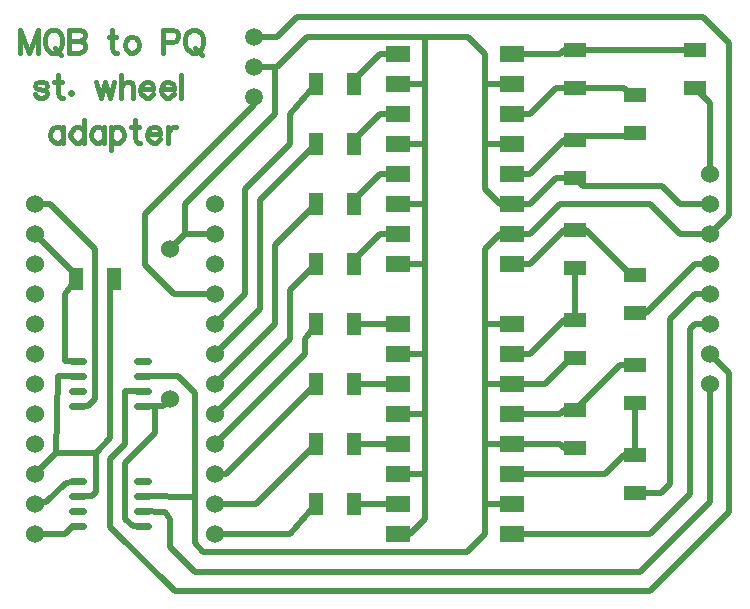
<source format=gtl>
G04 Layer: TopLayer*
G04 EasyEDA v6.3.41, 2020-05-05T16:43:25+03:00*
G04 77c085e715fd4d51943bb8e8cf624b98,92992e1295734089b6e5f9c93eeafd8a,10*
G04 Gerber Generator version 0.2*
G04 Scale: 100 percent, Rotated: No, Reflected: No *
G04 Dimensions in inches *
G04 leading zeros omitted , absolute positions ,2 integer and 4 decimal *
%FSLAX24Y24*%
%MOIN*%
G90*
G70D02*

%ADD11C,0.020000*%
%ADD12C,0.023622*%
%ADD13C,0.015000*%
%ADD14R,0.074803X0.047244*%
%ADD15R,0.047244X0.074803*%
%ADD16R,0.078740X0.055100*%
%ADD17C,0.060000*%
%ADD18C,0.059700*%

%LPD*%
G54D11*
G01X7500Y10500D02*
G01X6139Y10500D01*
G01X5169Y11469D01*
G01X5169Y13169D01*
G01X8800Y16800D01*
G01X8800Y17069D01*
G01X7500Y12500D02*
G01X6500Y12500D01*
G01X6500Y13500D01*
G01X9500Y16500D01*
G01X9500Y18000D01*
G01X17389Y18500D02*
G01X19000Y18500D01*
G01X19129Y18629D01*
G01X19500Y18629D01*
G01X19500Y18629D02*
G01X23500Y18629D01*
G01X17389Y13500D02*
G01X18000Y13500D01*
G01X18869Y14369D01*
G01X19500Y14369D01*
G01X19500Y14369D02*
G01X19760Y14109D01*
G01X22389Y14109D01*
G01X23000Y13500D01*
G01X24000Y13500D01*
G01X10869Y17500D02*
G01X10000Y16500D01*
G01X10000Y15500D01*
G01X8500Y14000D01*
G01X8500Y10500D01*
G01X7500Y9500D01*
G01X24000Y12500D02*
G01X24639Y13139D01*
G01X24639Y18860D01*
G01X23779Y19719D01*
G01X10220Y19719D01*
G01X9570Y19069D01*
G01X8800Y19069D01*
G01X8800Y18069D02*
G01X9569Y18069D01*
G01X10560Y19060D01*
G01X14500Y19060D01*
G01X14500Y17500D01*
G01X21500Y9870D02*
G01X21870Y9870D01*
G01X23500Y11500D01*
G01X24000Y11500D01*
G01X19500Y12629D02*
G01X19870Y12629D01*
G01X21369Y11130D01*
G01X21500Y11130D01*
G01X17389Y4500D02*
G01X20500Y4500D01*
G01X21130Y5130D01*
G01X21500Y5130D01*
G01X2869Y11000D02*
G01X2500Y10500D01*
G01X2500Y8250D01*
G01X2921Y8250D01*
G01X2200Y5200D02*
G01X3519Y5200D01*
G01X2921Y7750D02*
G01X2250Y7750D01*
G01X2200Y5200D01*
G01X1500Y4500D01*
G01X5078Y3750D02*
G01X6819Y3746D01*
G01X5078Y7750D02*
G01X6250Y7750D01*
G01X6819Y7180D01*
G01X6819Y2180D01*
G01X7100Y1900D01*
G01X15900Y1900D01*
G01X16500Y2500D01*
G01X16500Y3500D01*
G01X5078Y3250D02*
G01X5830Y3219D01*
G01X6000Y3000D01*
G01X6000Y2059D01*
G01X6819Y1240D01*
G01X21669Y1240D01*
G01X24000Y3569D01*
G01X24000Y7500D01*
G01X5078Y7250D02*
G01X4500Y7250D01*
G01X4500Y5500D01*
G01X4000Y5000D01*
G01X4000Y2740D01*
G01X6160Y580D01*
G01X22000Y580D01*
G01X24639Y3219D01*
G01X24639Y7859D01*
G01X24000Y8500D01*
G01X6000Y7000D02*
G01X5750Y6750D01*
G01X5500Y6750D01*
G01X6000Y12000D02*
G01X6500Y12500D01*
G01X24000Y10500D02*
G01X23500Y10500D01*
G01X22660Y9660D01*
G01X22660Y4160D01*
G01X22370Y3870D01*
G01X21500Y3870D01*
G01X17389Y2500D02*
G01X22000Y2500D01*
G01X23319Y3819D01*
G01X23319Y9319D01*
G01X23500Y9500D01*
G01X24000Y9500D01*
G01X17389Y12500D02*
G01X18000Y12500D01*
G01X19000Y13500D01*
G01X22000Y13500D01*
G01X23000Y12500D01*
G01X24000Y12500D01*
G01X12130Y17500D02*
G01X12130Y17630D01*
G01X13000Y18500D01*
G01X13610Y18500D01*
G01X12130Y15500D02*
G01X12130Y15630D01*
G01X13000Y16500D01*
G01X13610Y16500D01*
G01X12130Y13500D02*
G01X12130Y13630D01*
G01X13000Y14500D01*
G01X13610Y14500D01*
G01X12130Y11500D02*
G01X12130Y11630D01*
G01X13000Y12500D01*
G01X13610Y12500D01*
G01X10869Y9500D02*
G01X10500Y9000D01*
G01X10500Y8500D01*
G01X7500Y5500D01*
G01X10869Y3500D02*
G01X10000Y2500D01*
G01X7500Y2500D01*
G01X16500Y17500D02*
G01X16500Y18500D01*
G01X15939Y19059D01*
G01X14500Y19059D01*
G01X19500Y6629D02*
G01X21000Y8130D01*
G01X21500Y8130D01*
G01X5078Y2750D02*
G01X4750Y2750D01*
G01X4500Y3000D01*
G01X4500Y4859D01*
G01X5500Y5859D01*
G01X5500Y6750D01*
G01X5078Y6750D01*
G01X4130Y11000D02*
G01X4000Y11000D01*
G01X4000Y5680D01*
G01X3519Y5200D01*
G01X3519Y3880D01*
G01X3389Y3750D01*
G01X2921Y3750D01*
G01X2921Y6750D02*
G01X3250Y6750D01*
G01X3500Y7000D01*
G01X3500Y12000D01*
G01X2000Y13500D01*
G01X1500Y13500D01*
G01X1500Y3500D02*
G01X1869Y3550D01*
G01X2530Y4209D01*
G01X2921Y4250D01*
G01X19500Y15630D02*
G01X19630Y15759D01*
G01X21500Y15759D01*
G01X21500Y15869D01*
G01X19500Y17369D02*
G01X21130Y17369D01*
G01X21369Y17130D01*
G01X21500Y17130D01*
G01X13610Y17500D02*
G01X14500Y17500D01*
G01X14500Y3005D01*
G01X14002Y2501D01*
G01X13610Y2500D01*
G01X17389Y12500D02*
G01X16997Y12498D01*
G01X16500Y11994D01*
G01X16500Y3500D01*
G01X17389Y3500D01*
G01X17389Y17500D02*
G01X16500Y17500D01*
G01X16500Y14000D01*
G01X17000Y13500D01*
G01X17389Y13500D01*
G01X1500Y12500D02*
G01X2870Y11129D01*
G01X2870Y11000D01*
G01X1500Y2500D02*
G01X2500Y2500D01*
G01X2750Y2750D01*
G01X2921Y2750D01*
G01X21500Y6870D02*
G01X21500Y5130D01*
G01X17389Y5500D02*
G01X19000Y5500D01*
G01X19129Y5370D01*
G01X19500Y5370D01*
G01X17389Y6500D02*
G01X19000Y6500D01*
G01X19129Y6629D01*
G01X19500Y6629D01*
G01X17389Y7500D02*
G01X18500Y7500D01*
G01X19370Y8370D01*
G01X19500Y8370D01*
G01X17389Y8500D02*
G01X18000Y8500D01*
G01X19129Y9629D01*
G01X19500Y9629D01*
G01X24000Y14500D02*
G01X24000Y16870D01*
G01X23500Y17370D01*
G01X19500Y9629D02*
G01X19500Y11370D01*
G01X17389Y16500D02*
G01X18000Y16500D01*
G01X18869Y17369D01*
G01X19500Y17369D01*
G01X17389Y11500D02*
G01X18000Y11500D01*
G01X19129Y12629D01*
G01X19500Y12629D01*
G01X17389Y14500D02*
G01X18000Y14500D01*
G01X19129Y15629D01*
G01X19500Y15629D01*
G01X10869Y7500D02*
G01X7869Y4500D01*
G01X7500Y4500D01*
G01X10869Y5500D02*
G01X8869Y3500D01*
G01X7500Y3500D01*
G01X10869Y11500D02*
G01X10000Y10630D01*
G01X10000Y9000D01*
G01X7500Y6500D01*
G01X10869Y13500D02*
G01X9500Y12130D01*
G01X9500Y9500D01*
G01X7500Y7500D01*
G01X10869Y15500D02*
G01X9000Y13630D01*
G01X9000Y10000D01*
G01X7500Y8500D01*
G01X12129Y9500D02*
G01X13610Y9500D01*
G01X12129Y7500D02*
G01X13610Y7500D01*
G01X12129Y5500D02*
G01X13610Y5500D01*
G01X12129Y3500D02*
G01X13610Y3500D01*
G01X17389Y9500D02*
G01X16500Y9500D01*
G01X17389Y7500D02*
G01X16500Y7500D01*
G01X17389Y5500D02*
G01X16500Y5500D01*
G01X17389Y15500D02*
G01X16500Y15500D01*
G01X13610Y4500D02*
G01X14500Y4500D01*
G01X13610Y6500D02*
G01X14500Y6500D01*
G01X13610Y8500D02*
G01X14500Y8500D01*
G01X13610Y11500D02*
G01X14500Y11500D01*
G01X13610Y13500D02*
G01X14500Y13500D01*
G01X13610Y15500D02*
G01X14500Y15500D01*
G54D12*
G01X4897Y2750D02*
G01X5259Y2750D01*
G01X4897Y3250D02*
G01X5259Y3250D01*
G01X4897Y3750D02*
G01X5259Y3750D01*
G01X4897Y4250D02*
G01X5259Y4250D01*
G01X2740Y2750D02*
G01X3102Y2750D01*
G01X2740Y3250D02*
G01X3102Y3250D01*
G01X2740Y3750D02*
G01X3102Y3750D01*
G01X2740Y4250D02*
G01X3102Y4250D01*
G01X4897Y6750D02*
G01X5259Y6750D01*
G01X4897Y7250D02*
G01X5259Y7250D01*
G01X4897Y7750D02*
G01X5259Y7750D01*
G01X4897Y8250D02*
G01X5259Y8250D01*
G01X2740Y6750D02*
G01X3102Y6750D01*
G01X2740Y7250D02*
G01X3102Y7250D01*
G01X2740Y7750D02*
G01X3102Y7750D01*
G01X2740Y8250D02*
G01X3102Y8250D01*
G54D13*
G01X1000Y19307D02*
G01X1000Y18544D01*
G01X1000Y19307D02*
G01X1290Y18544D01*
G01X1581Y19307D02*
G01X1290Y18544D01*
G01X1581Y19307D02*
G01X1581Y18544D01*
G01X2039Y19307D02*
G01X1967Y19271D01*
G01X1894Y19198D01*
G01X1857Y19125D01*
G01X1822Y19015D01*
G01X1822Y18834D01*
G01X1857Y18725D01*
G01X1894Y18653D01*
G01X1967Y18580D01*
G01X2039Y18544D01*
G01X2185Y18544D01*
G01X2257Y18580D01*
G01X2331Y18653D01*
G01X2367Y18725D01*
G01X2403Y18834D01*
G01X2403Y19015D01*
G01X2367Y19125D01*
G01X2331Y19198D01*
G01X2257Y19271D01*
G01X2185Y19307D01*
G01X2039Y19307D01*
G01X2148Y18688D02*
G01X2367Y18471D01*
G01X2643Y19307D02*
G01X2643Y18544D01*
G01X2643Y19307D02*
G01X2971Y19307D01*
G01X3080Y19271D01*
G01X3115Y19234D01*
G01X3152Y19161D01*
G01X3152Y19088D01*
G01X3115Y19015D01*
G01X3080Y18980D01*
G01X2971Y18944D01*
G01X2643Y18944D02*
G01X2971Y18944D01*
G01X3080Y18907D01*
G01X3115Y18871D01*
G01X3152Y18798D01*
G01X3152Y18688D01*
G01X3115Y18615D01*
G01X3080Y18580D01*
G01X2971Y18544D01*
G01X2643Y18544D01*
G01X4061Y19307D02*
G01X4061Y18688D01*
G01X4097Y18580D01*
G01X4171Y18544D01*
G01X4243Y18544D01*
G01X3952Y19053D02*
G01X4206Y19053D01*
G01X4664Y19053D02*
G01X4593Y19015D01*
G01X4519Y18944D01*
G01X4484Y18834D01*
G01X4484Y18761D01*
G01X4519Y18653D01*
G01X4593Y18580D01*
G01X4664Y18544D01*
G01X4775Y18544D01*
G01X4847Y18580D01*
G01X4919Y18653D01*
G01X4956Y18761D01*
G01X4956Y18834D01*
G01X4919Y18944D01*
G01X4847Y19015D01*
G01X4775Y19053D01*
G01X4664Y19053D01*
G01X5756Y19307D02*
G01X5756Y18544D01*
G01X5756Y19307D02*
G01X6084Y19307D01*
G01X6193Y19271D01*
G01X6228Y19234D01*
G01X6264Y19161D01*
G01X6264Y19053D01*
G01X6228Y18980D01*
G01X6193Y18944D01*
G01X6084Y18907D01*
G01X5756Y18907D01*
G01X6723Y19307D02*
G01X6651Y19271D01*
G01X6577Y19198D01*
G01X6542Y19125D01*
G01X6505Y19015D01*
G01X6505Y18834D01*
G01X6542Y18725D01*
G01X6577Y18653D01*
G01X6651Y18580D01*
G01X6723Y18544D01*
G01X6868Y18544D01*
G01X6942Y18580D01*
G01X7014Y18653D01*
G01X7051Y18725D01*
G01X7086Y18834D01*
G01X7086Y19015D01*
G01X7051Y19125D01*
G01X7014Y19198D01*
G01X6942Y19271D01*
G01X6868Y19307D01*
G01X6723Y19307D01*
G01X6832Y18688D02*
G01X7051Y18471D01*
G01X1900Y17444D02*
G01X1864Y17515D01*
G01X1755Y17553D01*
G01X1644Y17553D01*
G01X1535Y17515D01*
G01X1500Y17444D01*
G01X1535Y17371D01*
G01X1609Y17334D01*
G01X1790Y17298D01*
G01X1864Y17261D01*
G01X1900Y17188D01*
G01X1900Y17153D01*
G01X1864Y17080D01*
G01X1755Y17044D01*
G01X1644Y17044D01*
G01X1535Y17080D01*
G01X1500Y17153D01*
G01X2248Y17807D02*
G01X2248Y17188D01*
G01X2285Y17080D01*
G01X2357Y17044D01*
G01X2431Y17044D01*
G01X2139Y17553D02*
G01X2394Y17553D01*
G01X2706Y17225D02*
G01X2671Y17188D01*
G01X2706Y17153D01*
G01X2743Y17188D01*
G01X2706Y17225D01*
G01X3543Y17553D02*
G01X3689Y17044D01*
G01X3835Y17553D02*
G01X3689Y17044D01*
G01X3835Y17553D02*
G01X3980Y17044D01*
G01X4125Y17553D02*
G01X3980Y17044D01*
G01X4364Y17807D02*
G01X4364Y17044D01*
G01X4364Y17407D02*
G01X4475Y17515D01*
G01X4547Y17553D01*
G01X4656Y17553D01*
G01X4728Y17515D01*
G01X4764Y17407D01*
G01X4764Y17044D01*
G01X5005Y17334D02*
G01X5442Y17334D01*
G01X5442Y17407D01*
G01X5405Y17480D01*
G01X5368Y17515D01*
G01X5296Y17553D01*
G01X5186Y17553D01*
G01X5114Y17515D01*
G01X5042Y17444D01*
G01X5005Y17334D01*
G01X5005Y17261D01*
G01X5042Y17153D01*
G01X5114Y17080D01*
G01X5186Y17044D01*
G01X5296Y17044D01*
G01X5368Y17080D01*
G01X5442Y17153D01*
G01X5681Y17334D02*
G01X6118Y17334D01*
G01X6118Y17407D01*
G01X6081Y17480D01*
G01X6044Y17515D01*
G01X5972Y17553D01*
G01X5864Y17553D01*
G01X5790Y17515D01*
G01X5718Y17444D01*
G01X5681Y17334D01*
G01X5681Y17261D01*
G01X5718Y17153D01*
G01X5790Y17080D01*
G01X5864Y17044D01*
G01X5972Y17044D01*
G01X6044Y17080D01*
G01X6118Y17153D01*
G01X6357Y17807D02*
G01X6357Y17044D01*
G01X2435Y16053D02*
G01X2435Y15544D01*
G01X2435Y15944D02*
G01X2364Y16015D01*
G01X2290Y16053D01*
G01X2181Y16053D01*
G01X2109Y16015D01*
G01X2035Y15944D01*
G01X2000Y15834D01*
G01X2000Y15761D01*
G01X2035Y15653D01*
G01X2109Y15580D01*
G01X2181Y15544D01*
G01X2290Y15544D01*
G01X2364Y15580D01*
G01X2435Y15653D01*
G01X3113Y16307D02*
G01X3113Y15544D01*
G01X3113Y15944D02*
G01X3039Y16015D01*
G01X2967Y16053D01*
G01X2857Y16053D01*
G01X2785Y16015D01*
G01X2713Y15944D01*
G01X2676Y15834D01*
G01X2676Y15761D01*
G01X2713Y15653D01*
G01X2785Y15580D01*
G01X2857Y15544D01*
G01X2967Y15544D01*
G01X3039Y15580D01*
G01X3113Y15653D01*
G01X3789Y16053D02*
G01X3789Y15544D01*
G01X3789Y15944D02*
G01X3715Y16015D01*
G01X3643Y16053D01*
G01X3535Y16053D01*
G01X3461Y16015D01*
G01X3389Y15944D01*
G01X3352Y15834D01*
G01X3352Y15761D01*
G01X3389Y15653D01*
G01X3461Y15580D01*
G01X3535Y15544D01*
G01X3643Y15544D01*
G01X3715Y15580D01*
G01X3789Y15653D01*
G01X4028Y16053D02*
G01X4028Y15288D01*
G01X4028Y15944D02*
G01X4102Y16015D01*
G01X4175Y16053D01*
G01X4284Y16053D01*
G01X4356Y16015D01*
G01X4428Y15944D01*
G01X4464Y15834D01*
G01X4464Y15761D01*
G01X4428Y15653D01*
G01X4356Y15580D01*
G01X4284Y15544D01*
G01X4175Y15544D01*
G01X4102Y15580D01*
G01X4028Y15653D01*
G01X4814Y16307D02*
G01X4814Y15688D01*
G01X4851Y15580D01*
G01X4923Y15544D01*
G01X4996Y15544D01*
G01X4705Y16053D02*
G01X4960Y16053D01*
G01X5235Y15834D02*
G01X5672Y15834D01*
G01X5672Y15907D01*
G01X5635Y15980D01*
G01X5600Y16015D01*
G01X5527Y16053D01*
G01X5418Y16053D01*
G01X5344Y16015D01*
G01X5272Y15944D01*
G01X5235Y15834D01*
G01X5235Y15761D01*
G01X5272Y15653D01*
G01X5344Y15580D01*
G01X5418Y15544D01*
G01X5527Y15544D01*
G01X5600Y15580D01*
G01X5672Y15653D01*
G01X5913Y16053D02*
G01X5913Y15544D01*
G01X5913Y15834D02*
G01X5948Y15944D01*
G01X6022Y16015D01*
G01X6094Y16053D01*
G01X6203Y16053D01*
G54D14*
G01X19500Y12629D03*
G01X19500Y11369D03*
G01X19500Y9629D03*
G01X19500Y8369D03*
G01X21500Y3869D03*
G01X21500Y5129D03*
G01X21500Y6869D03*
G01X21500Y8129D03*
G01X19500Y6629D03*
G01X19500Y5369D03*
G54D15*
G01X2870Y11000D03*
G01X4129Y11000D03*
G01X12129Y9500D03*
G01X10870Y9500D03*
G01X12129Y7500D03*
G01X10870Y7500D03*
G54D14*
G01X23500Y17369D03*
G01X23500Y18629D03*
G54D15*
G01X12129Y3500D03*
G01X10870Y3500D03*
G01X12129Y17500D03*
G01X10870Y17500D03*
G01X12129Y15500D03*
G01X10870Y15500D03*
G01X12129Y13500D03*
G01X10870Y13500D03*
G01X12129Y11500D03*
G01X10870Y11500D03*
G54D14*
G01X19500Y18629D03*
G01X19500Y17369D03*
G01X19500Y15629D03*
G01X19500Y14369D03*
G01X21500Y17129D03*
G01X21500Y15869D03*
G01X21500Y9869D03*
G01X21500Y11129D03*
G54D15*
G01X12129Y5500D03*
G01X10870Y5500D03*
G54D16*
G01X13610Y18500D03*
G01X13610Y17500D03*
G01X13610Y16500D03*
G01X13610Y15500D03*
G01X13610Y14500D03*
G01X13610Y13500D03*
G01X13610Y12500D03*
G01X13610Y11500D03*
G01X17389Y11500D03*
G01X17389Y12500D03*
G01X17389Y13500D03*
G01X17389Y14500D03*
G01X17389Y15500D03*
G01X17389Y16500D03*
G01X17389Y17500D03*
G01X17389Y18500D03*
G01X13610Y9500D03*
G01X13610Y8500D03*
G01X13610Y7500D03*
G01X13610Y6500D03*
G01X13610Y5500D03*
G01X13610Y4500D03*
G01X13610Y3500D03*
G01X13610Y2500D03*
G01X17389Y2500D03*
G01X17389Y3500D03*
G01X17389Y4500D03*
G01X17389Y5500D03*
G01X17389Y6500D03*
G01X17389Y7500D03*
G01X17389Y8500D03*
G01X17389Y9500D03*
G54D17*
G01X6000Y12000D03*
G01X6000Y7000D03*
G01X24000Y14500D03*
G01X24000Y13500D03*
G01X24000Y12500D03*
G01X24000Y11500D03*
G01X24000Y10500D03*
G01X24000Y9500D03*
G01X24000Y8500D03*
G01X24000Y7500D03*
G54D18*
G01X8800Y17069D03*
G01X8800Y18069D03*
G01X8800Y19069D03*
G54D17*
G01X1500Y13500D03*
G01X1500Y12500D03*
G01X1500Y11500D03*
G01X1500Y10500D03*
G01X1500Y9500D03*
G01X1500Y8500D03*
G01X1500Y7500D03*
G01X1500Y6500D03*
G01X1500Y5500D03*
G01X1500Y4500D03*
G01X1500Y3500D03*
G01X1500Y2500D03*
G01X7500Y2500D03*
G01X7500Y3500D03*
G01X7500Y4500D03*
G01X7500Y5500D03*
G01X7500Y6500D03*
G01X7500Y7500D03*
G01X7500Y8500D03*
G01X7500Y9500D03*
G01X7500Y10500D03*
G01X7500Y11500D03*
G01X7500Y12500D03*
G01X7500Y13500D03*
M00*
M02*

</source>
